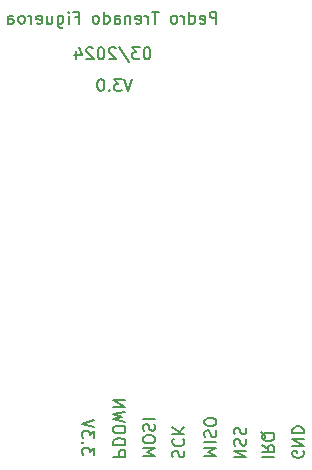
<source format=gbo>
G04 #@! TF.GenerationSoftware,KiCad,Pcbnew,7.0.9*
G04 #@! TF.CreationDate,2024-04-25T16:45:36+02:00*
G04 #@! TF.ProjectId,NFC_Programmer,4e46435f-5072-46f6-9772-616d6d65722e,3.0*
G04 #@! TF.SameCoordinates,Original*
G04 #@! TF.FileFunction,Legend,Bot*
G04 #@! TF.FilePolarity,Positive*
%FSLAX46Y46*%
G04 Gerber Fmt 4.6, Leading zero omitted, Abs format (unit mm)*
G04 Created by KiCad (PCBNEW 7.0.9) date 2024-04-25 16:45:36*
%MOMM*%
%LPD*%
G01*
G04 APERTURE LIST*
%ADD10C,0.153000*%
%ADD11R,1.700000X1.700000*%
%ADD12O,1.700000X1.700000*%
%ADD13C,3.000000*%
G04 APERTURE END LIST*
D10*
X150040336Y-106721247D02*
X151040336Y-106721247D01*
X151040336Y-106721247D02*
X150040336Y-106149819D01*
X150040336Y-106149819D02*
X151040336Y-106149819D01*
X150087956Y-105721247D02*
X150040336Y-105578390D01*
X150040336Y-105578390D02*
X150040336Y-105340295D01*
X150040336Y-105340295D02*
X150087956Y-105245057D01*
X150087956Y-105245057D02*
X150135575Y-105197438D01*
X150135575Y-105197438D02*
X150230813Y-105149819D01*
X150230813Y-105149819D02*
X150326051Y-105149819D01*
X150326051Y-105149819D02*
X150421289Y-105197438D01*
X150421289Y-105197438D02*
X150468908Y-105245057D01*
X150468908Y-105245057D02*
X150516527Y-105340295D01*
X150516527Y-105340295D02*
X150564146Y-105530771D01*
X150564146Y-105530771D02*
X150611765Y-105626009D01*
X150611765Y-105626009D02*
X150659384Y-105673628D01*
X150659384Y-105673628D02*
X150754622Y-105721247D01*
X150754622Y-105721247D02*
X150849860Y-105721247D01*
X150849860Y-105721247D02*
X150945098Y-105673628D01*
X150945098Y-105673628D02*
X150992717Y-105626009D01*
X150992717Y-105626009D02*
X151040336Y-105530771D01*
X151040336Y-105530771D02*
X151040336Y-105292676D01*
X151040336Y-105292676D02*
X150992717Y-105149819D01*
X150087956Y-104768866D02*
X150040336Y-104626009D01*
X150040336Y-104626009D02*
X150040336Y-104387914D01*
X150040336Y-104387914D02*
X150087956Y-104292676D01*
X150087956Y-104292676D02*
X150135575Y-104245057D01*
X150135575Y-104245057D02*
X150230813Y-104197438D01*
X150230813Y-104197438D02*
X150326051Y-104197438D01*
X150326051Y-104197438D02*
X150421289Y-104245057D01*
X150421289Y-104245057D02*
X150468908Y-104292676D01*
X150468908Y-104292676D02*
X150516527Y-104387914D01*
X150516527Y-104387914D02*
X150564146Y-104578390D01*
X150564146Y-104578390D02*
X150611765Y-104673628D01*
X150611765Y-104673628D02*
X150659384Y-104721247D01*
X150659384Y-104721247D02*
X150754622Y-104768866D01*
X150754622Y-104768866D02*
X150849860Y-104768866D01*
X150849860Y-104768866D02*
X150945098Y-104721247D01*
X150945098Y-104721247D02*
X150992717Y-104673628D01*
X150992717Y-104673628D02*
X151040336Y-104578390D01*
X151040336Y-104578390D02*
X151040336Y-104340295D01*
X151040336Y-104340295D02*
X150992717Y-104197438D01*
X139810336Y-106651247D02*
X140810336Y-106651247D01*
X140810336Y-106651247D02*
X140810336Y-106270295D01*
X140810336Y-106270295D02*
X140762717Y-106175057D01*
X140762717Y-106175057D02*
X140715098Y-106127438D01*
X140715098Y-106127438D02*
X140619860Y-106079819D01*
X140619860Y-106079819D02*
X140477003Y-106079819D01*
X140477003Y-106079819D02*
X140381765Y-106127438D01*
X140381765Y-106127438D02*
X140334146Y-106175057D01*
X140334146Y-106175057D02*
X140286527Y-106270295D01*
X140286527Y-106270295D02*
X140286527Y-106651247D01*
X139810336Y-105651247D02*
X140810336Y-105651247D01*
X140810336Y-105651247D02*
X140810336Y-105413152D01*
X140810336Y-105413152D02*
X140762717Y-105270295D01*
X140762717Y-105270295D02*
X140667479Y-105175057D01*
X140667479Y-105175057D02*
X140572241Y-105127438D01*
X140572241Y-105127438D02*
X140381765Y-105079819D01*
X140381765Y-105079819D02*
X140238908Y-105079819D01*
X140238908Y-105079819D02*
X140048432Y-105127438D01*
X140048432Y-105127438D02*
X139953194Y-105175057D01*
X139953194Y-105175057D02*
X139857956Y-105270295D01*
X139857956Y-105270295D02*
X139810336Y-105413152D01*
X139810336Y-105413152D02*
X139810336Y-105651247D01*
X140810336Y-104460771D02*
X140810336Y-104270295D01*
X140810336Y-104270295D02*
X140762717Y-104175057D01*
X140762717Y-104175057D02*
X140667479Y-104079819D01*
X140667479Y-104079819D02*
X140477003Y-104032200D01*
X140477003Y-104032200D02*
X140143670Y-104032200D01*
X140143670Y-104032200D02*
X139953194Y-104079819D01*
X139953194Y-104079819D02*
X139857956Y-104175057D01*
X139857956Y-104175057D02*
X139810336Y-104270295D01*
X139810336Y-104270295D02*
X139810336Y-104460771D01*
X139810336Y-104460771D02*
X139857956Y-104556009D01*
X139857956Y-104556009D02*
X139953194Y-104651247D01*
X139953194Y-104651247D02*
X140143670Y-104698866D01*
X140143670Y-104698866D02*
X140477003Y-104698866D01*
X140477003Y-104698866D02*
X140667479Y-104651247D01*
X140667479Y-104651247D02*
X140762717Y-104556009D01*
X140762717Y-104556009D02*
X140810336Y-104460771D01*
X140810336Y-103698866D02*
X139810336Y-103460771D01*
X139810336Y-103460771D02*
X140524622Y-103270295D01*
X140524622Y-103270295D02*
X139810336Y-103079819D01*
X139810336Y-103079819D02*
X140810336Y-102841724D01*
X139810336Y-102460771D02*
X140810336Y-102460771D01*
X140810336Y-102460771D02*
X139810336Y-101889343D01*
X139810336Y-101889343D02*
X140810336Y-101889343D01*
X155892717Y-106197438D02*
X155940336Y-106292676D01*
X155940336Y-106292676D02*
X155940336Y-106435533D01*
X155940336Y-106435533D02*
X155892717Y-106578390D01*
X155892717Y-106578390D02*
X155797479Y-106673628D01*
X155797479Y-106673628D02*
X155702241Y-106721247D01*
X155702241Y-106721247D02*
X155511765Y-106768866D01*
X155511765Y-106768866D02*
X155368908Y-106768866D01*
X155368908Y-106768866D02*
X155178432Y-106721247D01*
X155178432Y-106721247D02*
X155083194Y-106673628D01*
X155083194Y-106673628D02*
X154987956Y-106578390D01*
X154987956Y-106578390D02*
X154940336Y-106435533D01*
X154940336Y-106435533D02*
X154940336Y-106340295D01*
X154940336Y-106340295D02*
X154987956Y-106197438D01*
X154987956Y-106197438D02*
X155035575Y-106149819D01*
X155035575Y-106149819D02*
X155368908Y-106149819D01*
X155368908Y-106149819D02*
X155368908Y-106340295D01*
X154940336Y-105721247D02*
X155940336Y-105721247D01*
X155940336Y-105721247D02*
X154940336Y-105149819D01*
X154940336Y-105149819D02*
X155940336Y-105149819D01*
X154940336Y-104673628D02*
X155940336Y-104673628D01*
X155940336Y-104673628D02*
X155940336Y-104435533D01*
X155940336Y-104435533D02*
X155892717Y-104292676D01*
X155892717Y-104292676D02*
X155797479Y-104197438D01*
X155797479Y-104197438D02*
X155702241Y-104149819D01*
X155702241Y-104149819D02*
X155511765Y-104102200D01*
X155511765Y-104102200D02*
X155368908Y-104102200D01*
X155368908Y-104102200D02*
X155178432Y-104149819D01*
X155178432Y-104149819D02*
X155083194Y-104197438D01*
X155083194Y-104197438D02*
X154987956Y-104292676D01*
X154987956Y-104292676D02*
X154940336Y-104435533D01*
X154940336Y-104435533D02*
X154940336Y-104673628D01*
X144857956Y-106728866D02*
X144810336Y-106586009D01*
X144810336Y-106586009D02*
X144810336Y-106347914D01*
X144810336Y-106347914D02*
X144857956Y-106252676D01*
X144857956Y-106252676D02*
X144905575Y-106205057D01*
X144905575Y-106205057D02*
X145000813Y-106157438D01*
X145000813Y-106157438D02*
X145096051Y-106157438D01*
X145096051Y-106157438D02*
X145191289Y-106205057D01*
X145191289Y-106205057D02*
X145238908Y-106252676D01*
X145238908Y-106252676D02*
X145286527Y-106347914D01*
X145286527Y-106347914D02*
X145334146Y-106538390D01*
X145334146Y-106538390D02*
X145381765Y-106633628D01*
X145381765Y-106633628D02*
X145429384Y-106681247D01*
X145429384Y-106681247D02*
X145524622Y-106728866D01*
X145524622Y-106728866D02*
X145619860Y-106728866D01*
X145619860Y-106728866D02*
X145715098Y-106681247D01*
X145715098Y-106681247D02*
X145762717Y-106633628D01*
X145762717Y-106633628D02*
X145810336Y-106538390D01*
X145810336Y-106538390D02*
X145810336Y-106300295D01*
X145810336Y-106300295D02*
X145762717Y-106157438D01*
X144905575Y-105157438D02*
X144857956Y-105205057D01*
X144857956Y-105205057D02*
X144810336Y-105347914D01*
X144810336Y-105347914D02*
X144810336Y-105443152D01*
X144810336Y-105443152D02*
X144857956Y-105586009D01*
X144857956Y-105586009D02*
X144953194Y-105681247D01*
X144953194Y-105681247D02*
X145048432Y-105728866D01*
X145048432Y-105728866D02*
X145238908Y-105776485D01*
X145238908Y-105776485D02*
X145381765Y-105776485D01*
X145381765Y-105776485D02*
X145572241Y-105728866D01*
X145572241Y-105728866D02*
X145667479Y-105681247D01*
X145667479Y-105681247D02*
X145762717Y-105586009D01*
X145762717Y-105586009D02*
X145810336Y-105443152D01*
X145810336Y-105443152D02*
X145810336Y-105347914D01*
X145810336Y-105347914D02*
X145762717Y-105205057D01*
X145762717Y-105205057D02*
X145715098Y-105157438D01*
X144810336Y-104728866D02*
X145810336Y-104728866D01*
X144810336Y-104157438D02*
X145381765Y-104586009D01*
X145810336Y-104157438D02*
X145238908Y-104728866D01*
X142330336Y-106631247D02*
X143330336Y-106631247D01*
X143330336Y-106631247D02*
X142616051Y-106297914D01*
X142616051Y-106297914D02*
X143330336Y-105964581D01*
X143330336Y-105964581D02*
X142330336Y-105964581D01*
X143330336Y-105297914D02*
X143330336Y-105107438D01*
X143330336Y-105107438D02*
X143282717Y-105012200D01*
X143282717Y-105012200D02*
X143187479Y-104916962D01*
X143187479Y-104916962D02*
X142997003Y-104869343D01*
X142997003Y-104869343D02*
X142663670Y-104869343D01*
X142663670Y-104869343D02*
X142473194Y-104916962D01*
X142473194Y-104916962D02*
X142377956Y-105012200D01*
X142377956Y-105012200D02*
X142330336Y-105107438D01*
X142330336Y-105107438D02*
X142330336Y-105297914D01*
X142330336Y-105297914D02*
X142377956Y-105393152D01*
X142377956Y-105393152D02*
X142473194Y-105488390D01*
X142473194Y-105488390D02*
X142663670Y-105536009D01*
X142663670Y-105536009D02*
X142997003Y-105536009D01*
X142997003Y-105536009D02*
X143187479Y-105488390D01*
X143187479Y-105488390D02*
X143282717Y-105393152D01*
X143282717Y-105393152D02*
X143330336Y-105297914D01*
X142377956Y-104488390D02*
X142330336Y-104345533D01*
X142330336Y-104345533D02*
X142330336Y-104107438D01*
X142330336Y-104107438D02*
X142377956Y-104012200D01*
X142377956Y-104012200D02*
X142425575Y-103964581D01*
X142425575Y-103964581D02*
X142520813Y-103916962D01*
X142520813Y-103916962D02*
X142616051Y-103916962D01*
X142616051Y-103916962D02*
X142711289Y-103964581D01*
X142711289Y-103964581D02*
X142758908Y-104012200D01*
X142758908Y-104012200D02*
X142806527Y-104107438D01*
X142806527Y-104107438D02*
X142854146Y-104297914D01*
X142854146Y-104297914D02*
X142901765Y-104393152D01*
X142901765Y-104393152D02*
X142949384Y-104440771D01*
X142949384Y-104440771D02*
X143044622Y-104488390D01*
X143044622Y-104488390D02*
X143139860Y-104488390D01*
X143139860Y-104488390D02*
X143235098Y-104440771D01*
X143235098Y-104440771D02*
X143282717Y-104393152D01*
X143282717Y-104393152D02*
X143330336Y-104297914D01*
X143330336Y-104297914D02*
X143330336Y-104059819D01*
X143330336Y-104059819D02*
X143282717Y-103916962D01*
X142330336Y-103488390D02*
X143330336Y-103488390D01*
X142700771Y-72009663D02*
X142605533Y-72009663D01*
X142605533Y-72009663D02*
X142510295Y-72057282D01*
X142510295Y-72057282D02*
X142462676Y-72104901D01*
X142462676Y-72104901D02*
X142415057Y-72200139D01*
X142415057Y-72200139D02*
X142367438Y-72390615D01*
X142367438Y-72390615D02*
X142367438Y-72628710D01*
X142367438Y-72628710D02*
X142415057Y-72819186D01*
X142415057Y-72819186D02*
X142462676Y-72914424D01*
X142462676Y-72914424D02*
X142510295Y-72962044D01*
X142510295Y-72962044D02*
X142605533Y-73009663D01*
X142605533Y-73009663D02*
X142700771Y-73009663D01*
X142700771Y-73009663D02*
X142796009Y-72962044D01*
X142796009Y-72962044D02*
X142843628Y-72914424D01*
X142843628Y-72914424D02*
X142891247Y-72819186D01*
X142891247Y-72819186D02*
X142938866Y-72628710D01*
X142938866Y-72628710D02*
X142938866Y-72390615D01*
X142938866Y-72390615D02*
X142891247Y-72200139D01*
X142891247Y-72200139D02*
X142843628Y-72104901D01*
X142843628Y-72104901D02*
X142796009Y-72057282D01*
X142796009Y-72057282D02*
X142700771Y-72009663D01*
X142034104Y-72009663D02*
X141415057Y-72009663D01*
X141415057Y-72009663D02*
X141748390Y-72390615D01*
X141748390Y-72390615D02*
X141605533Y-72390615D01*
X141605533Y-72390615D02*
X141510295Y-72438234D01*
X141510295Y-72438234D02*
X141462676Y-72485853D01*
X141462676Y-72485853D02*
X141415057Y-72581091D01*
X141415057Y-72581091D02*
X141415057Y-72819186D01*
X141415057Y-72819186D02*
X141462676Y-72914424D01*
X141462676Y-72914424D02*
X141510295Y-72962044D01*
X141510295Y-72962044D02*
X141605533Y-73009663D01*
X141605533Y-73009663D02*
X141891247Y-73009663D01*
X141891247Y-73009663D02*
X141986485Y-72962044D01*
X141986485Y-72962044D02*
X142034104Y-72914424D01*
X140272200Y-71962044D02*
X141129342Y-73247758D01*
X139986485Y-72104901D02*
X139938866Y-72057282D01*
X139938866Y-72057282D02*
X139843628Y-72009663D01*
X139843628Y-72009663D02*
X139605533Y-72009663D01*
X139605533Y-72009663D02*
X139510295Y-72057282D01*
X139510295Y-72057282D02*
X139462676Y-72104901D01*
X139462676Y-72104901D02*
X139415057Y-72200139D01*
X139415057Y-72200139D02*
X139415057Y-72295377D01*
X139415057Y-72295377D02*
X139462676Y-72438234D01*
X139462676Y-72438234D02*
X140034104Y-73009663D01*
X140034104Y-73009663D02*
X139415057Y-73009663D01*
X138796009Y-72009663D02*
X138700771Y-72009663D01*
X138700771Y-72009663D02*
X138605533Y-72057282D01*
X138605533Y-72057282D02*
X138557914Y-72104901D01*
X138557914Y-72104901D02*
X138510295Y-72200139D01*
X138510295Y-72200139D02*
X138462676Y-72390615D01*
X138462676Y-72390615D02*
X138462676Y-72628710D01*
X138462676Y-72628710D02*
X138510295Y-72819186D01*
X138510295Y-72819186D02*
X138557914Y-72914424D01*
X138557914Y-72914424D02*
X138605533Y-72962044D01*
X138605533Y-72962044D02*
X138700771Y-73009663D01*
X138700771Y-73009663D02*
X138796009Y-73009663D01*
X138796009Y-73009663D02*
X138891247Y-72962044D01*
X138891247Y-72962044D02*
X138938866Y-72914424D01*
X138938866Y-72914424D02*
X138986485Y-72819186D01*
X138986485Y-72819186D02*
X139034104Y-72628710D01*
X139034104Y-72628710D02*
X139034104Y-72390615D01*
X139034104Y-72390615D02*
X138986485Y-72200139D01*
X138986485Y-72200139D02*
X138938866Y-72104901D01*
X138938866Y-72104901D02*
X138891247Y-72057282D01*
X138891247Y-72057282D02*
X138796009Y-72009663D01*
X138081723Y-72104901D02*
X138034104Y-72057282D01*
X138034104Y-72057282D02*
X137938866Y-72009663D01*
X137938866Y-72009663D02*
X137700771Y-72009663D01*
X137700771Y-72009663D02*
X137605533Y-72057282D01*
X137605533Y-72057282D02*
X137557914Y-72104901D01*
X137557914Y-72104901D02*
X137510295Y-72200139D01*
X137510295Y-72200139D02*
X137510295Y-72295377D01*
X137510295Y-72295377D02*
X137557914Y-72438234D01*
X137557914Y-72438234D02*
X138129342Y-73009663D01*
X138129342Y-73009663D02*
X137510295Y-73009663D01*
X136653152Y-72342996D02*
X136653152Y-73009663D01*
X136891247Y-71962044D02*
X137129342Y-72676329D01*
X137129342Y-72676329D02*
X136510295Y-72676329D01*
X138170336Y-106526485D02*
X138170336Y-105907438D01*
X138170336Y-105907438D02*
X137789384Y-106240771D01*
X137789384Y-106240771D02*
X137789384Y-106097914D01*
X137789384Y-106097914D02*
X137741765Y-106002676D01*
X137741765Y-106002676D02*
X137694146Y-105955057D01*
X137694146Y-105955057D02*
X137598908Y-105907438D01*
X137598908Y-105907438D02*
X137360813Y-105907438D01*
X137360813Y-105907438D02*
X137265575Y-105955057D01*
X137265575Y-105955057D02*
X137217956Y-106002676D01*
X137217956Y-106002676D02*
X137170336Y-106097914D01*
X137170336Y-106097914D02*
X137170336Y-106383628D01*
X137170336Y-106383628D02*
X137217956Y-106478866D01*
X137217956Y-106478866D02*
X137265575Y-106526485D01*
X137265575Y-105478866D02*
X137217956Y-105431247D01*
X137217956Y-105431247D02*
X137170336Y-105478866D01*
X137170336Y-105478866D02*
X137217956Y-105526485D01*
X137217956Y-105526485D02*
X137265575Y-105478866D01*
X137265575Y-105478866D02*
X137170336Y-105478866D01*
X138170336Y-105097914D02*
X138170336Y-104478867D01*
X138170336Y-104478867D02*
X137789384Y-104812200D01*
X137789384Y-104812200D02*
X137789384Y-104669343D01*
X137789384Y-104669343D02*
X137741765Y-104574105D01*
X137741765Y-104574105D02*
X137694146Y-104526486D01*
X137694146Y-104526486D02*
X137598908Y-104478867D01*
X137598908Y-104478867D02*
X137360813Y-104478867D01*
X137360813Y-104478867D02*
X137265575Y-104526486D01*
X137265575Y-104526486D02*
X137217956Y-104574105D01*
X137217956Y-104574105D02*
X137170336Y-104669343D01*
X137170336Y-104669343D02*
X137170336Y-104955057D01*
X137170336Y-104955057D02*
X137217956Y-105050295D01*
X137217956Y-105050295D02*
X137265575Y-105097914D01*
X138170336Y-104193152D02*
X137170336Y-103859819D01*
X137170336Y-103859819D02*
X138170336Y-103526486D01*
X152420336Y-106731247D02*
X153420336Y-106731247D01*
X152420336Y-105683629D02*
X152896527Y-106016962D01*
X152420336Y-106255057D02*
X153420336Y-106255057D01*
X153420336Y-106255057D02*
X153420336Y-105874105D01*
X153420336Y-105874105D02*
X153372717Y-105778867D01*
X153372717Y-105778867D02*
X153325098Y-105731248D01*
X153325098Y-105731248D02*
X153229860Y-105683629D01*
X153229860Y-105683629D02*
X153087003Y-105683629D01*
X153087003Y-105683629D02*
X152991765Y-105731248D01*
X152991765Y-105731248D02*
X152944146Y-105778867D01*
X152944146Y-105778867D02*
X152896527Y-105874105D01*
X152896527Y-105874105D02*
X152896527Y-106255057D01*
X152325098Y-104588391D02*
X152372717Y-104683629D01*
X152372717Y-104683629D02*
X152467956Y-104778867D01*
X152467956Y-104778867D02*
X152610813Y-104921724D01*
X152610813Y-104921724D02*
X152658432Y-105016962D01*
X152658432Y-105016962D02*
X152658432Y-105112200D01*
X152420336Y-105064581D02*
X152467956Y-105159819D01*
X152467956Y-105159819D02*
X152563194Y-105255057D01*
X152563194Y-105255057D02*
X152753670Y-105302676D01*
X152753670Y-105302676D02*
X153087003Y-105302676D01*
X153087003Y-105302676D02*
X153277479Y-105255057D01*
X153277479Y-105255057D02*
X153372717Y-105159819D01*
X153372717Y-105159819D02*
X153420336Y-105064581D01*
X153420336Y-105064581D02*
X153420336Y-104874105D01*
X153420336Y-104874105D02*
X153372717Y-104778867D01*
X153372717Y-104778867D02*
X153277479Y-104683629D01*
X153277479Y-104683629D02*
X153087003Y-104636010D01*
X153087003Y-104636010D02*
X152753670Y-104636010D01*
X152753670Y-104636010D02*
X152563194Y-104683629D01*
X152563194Y-104683629D02*
X152467956Y-104778867D01*
X152467956Y-104778867D02*
X152420336Y-104874105D01*
X152420336Y-104874105D02*
X152420336Y-105064581D01*
X141404104Y-74699663D02*
X141070771Y-75699663D01*
X141070771Y-75699663D02*
X140737438Y-74699663D01*
X140499342Y-74699663D02*
X139880295Y-74699663D01*
X139880295Y-74699663D02*
X140213628Y-75080615D01*
X140213628Y-75080615D02*
X140070771Y-75080615D01*
X140070771Y-75080615D02*
X139975533Y-75128234D01*
X139975533Y-75128234D02*
X139927914Y-75175853D01*
X139927914Y-75175853D02*
X139880295Y-75271091D01*
X139880295Y-75271091D02*
X139880295Y-75509186D01*
X139880295Y-75509186D02*
X139927914Y-75604424D01*
X139927914Y-75604424D02*
X139975533Y-75652044D01*
X139975533Y-75652044D02*
X140070771Y-75699663D01*
X140070771Y-75699663D02*
X140356485Y-75699663D01*
X140356485Y-75699663D02*
X140451723Y-75652044D01*
X140451723Y-75652044D02*
X140499342Y-75604424D01*
X139451723Y-75604424D02*
X139404104Y-75652044D01*
X139404104Y-75652044D02*
X139451723Y-75699663D01*
X139451723Y-75699663D02*
X139499342Y-75652044D01*
X139499342Y-75652044D02*
X139451723Y-75604424D01*
X139451723Y-75604424D02*
X139451723Y-75699663D01*
X138785057Y-74699663D02*
X138689819Y-74699663D01*
X138689819Y-74699663D02*
X138594581Y-74747282D01*
X138594581Y-74747282D02*
X138546962Y-74794901D01*
X138546962Y-74794901D02*
X138499343Y-74890139D01*
X138499343Y-74890139D02*
X138451724Y-75080615D01*
X138451724Y-75080615D02*
X138451724Y-75318710D01*
X138451724Y-75318710D02*
X138499343Y-75509186D01*
X138499343Y-75509186D02*
X138546962Y-75604424D01*
X138546962Y-75604424D02*
X138594581Y-75652044D01*
X138594581Y-75652044D02*
X138689819Y-75699663D01*
X138689819Y-75699663D02*
X138785057Y-75699663D01*
X138785057Y-75699663D02*
X138880295Y-75652044D01*
X138880295Y-75652044D02*
X138927914Y-75604424D01*
X138927914Y-75604424D02*
X138975533Y-75509186D01*
X138975533Y-75509186D02*
X139023152Y-75318710D01*
X139023152Y-75318710D02*
X139023152Y-75080615D01*
X139023152Y-75080615D02*
X138975533Y-74890139D01*
X138975533Y-74890139D02*
X138927914Y-74794901D01*
X138927914Y-74794901D02*
X138880295Y-74747282D01*
X138880295Y-74747282D02*
X138785057Y-74699663D01*
X147510336Y-106581247D02*
X148510336Y-106581247D01*
X148510336Y-106581247D02*
X147796051Y-106247914D01*
X147796051Y-106247914D02*
X148510336Y-105914581D01*
X148510336Y-105914581D02*
X147510336Y-105914581D01*
X147510336Y-105438390D02*
X148510336Y-105438390D01*
X147557956Y-105009819D02*
X147510336Y-104866962D01*
X147510336Y-104866962D02*
X147510336Y-104628867D01*
X147510336Y-104628867D02*
X147557956Y-104533629D01*
X147557956Y-104533629D02*
X147605575Y-104486010D01*
X147605575Y-104486010D02*
X147700813Y-104438391D01*
X147700813Y-104438391D02*
X147796051Y-104438391D01*
X147796051Y-104438391D02*
X147891289Y-104486010D01*
X147891289Y-104486010D02*
X147938908Y-104533629D01*
X147938908Y-104533629D02*
X147986527Y-104628867D01*
X147986527Y-104628867D02*
X148034146Y-104819343D01*
X148034146Y-104819343D02*
X148081765Y-104914581D01*
X148081765Y-104914581D02*
X148129384Y-104962200D01*
X148129384Y-104962200D02*
X148224622Y-105009819D01*
X148224622Y-105009819D02*
X148319860Y-105009819D01*
X148319860Y-105009819D02*
X148415098Y-104962200D01*
X148415098Y-104962200D02*
X148462717Y-104914581D01*
X148462717Y-104914581D02*
X148510336Y-104819343D01*
X148510336Y-104819343D02*
X148510336Y-104581248D01*
X148510336Y-104581248D02*
X148462717Y-104438391D01*
X148510336Y-103819343D02*
X148510336Y-103628867D01*
X148510336Y-103628867D02*
X148462717Y-103533629D01*
X148462717Y-103533629D02*
X148367479Y-103438391D01*
X148367479Y-103438391D02*
X148177003Y-103390772D01*
X148177003Y-103390772D02*
X147843670Y-103390772D01*
X147843670Y-103390772D02*
X147653194Y-103438391D01*
X147653194Y-103438391D02*
X147557956Y-103533629D01*
X147557956Y-103533629D02*
X147510336Y-103628867D01*
X147510336Y-103628867D02*
X147510336Y-103819343D01*
X147510336Y-103819343D02*
X147557956Y-103914581D01*
X147557956Y-103914581D02*
X147653194Y-104009819D01*
X147653194Y-104009819D02*
X147843670Y-104057438D01*
X147843670Y-104057438D02*
X148177003Y-104057438D01*
X148177003Y-104057438D02*
X148367479Y-104009819D01*
X148367479Y-104009819D02*
X148462717Y-103914581D01*
X148462717Y-103914581D02*
X148510336Y-103819343D01*
X148531247Y-69999663D02*
X148531247Y-68999663D01*
X148531247Y-68999663D02*
X148150295Y-68999663D01*
X148150295Y-68999663D02*
X148055057Y-69047282D01*
X148055057Y-69047282D02*
X148007438Y-69094901D01*
X148007438Y-69094901D02*
X147959819Y-69190139D01*
X147959819Y-69190139D02*
X147959819Y-69332996D01*
X147959819Y-69332996D02*
X148007438Y-69428234D01*
X148007438Y-69428234D02*
X148055057Y-69475853D01*
X148055057Y-69475853D02*
X148150295Y-69523472D01*
X148150295Y-69523472D02*
X148531247Y-69523472D01*
X147150295Y-69952044D02*
X147245533Y-69999663D01*
X147245533Y-69999663D02*
X147436009Y-69999663D01*
X147436009Y-69999663D02*
X147531247Y-69952044D01*
X147531247Y-69952044D02*
X147578866Y-69856805D01*
X147578866Y-69856805D02*
X147578866Y-69475853D01*
X147578866Y-69475853D02*
X147531247Y-69380615D01*
X147531247Y-69380615D02*
X147436009Y-69332996D01*
X147436009Y-69332996D02*
X147245533Y-69332996D01*
X147245533Y-69332996D02*
X147150295Y-69380615D01*
X147150295Y-69380615D02*
X147102676Y-69475853D01*
X147102676Y-69475853D02*
X147102676Y-69571091D01*
X147102676Y-69571091D02*
X147578866Y-69666329D01*
X146245533Y-69999663D02*
X146245533Y-68999663D01*
X146245533Y-69952044D02*
X146340771Y-69999663D01*
X146340771Y-69999663D02*
X146531247Y-69999663D01*
X146531247Y-69999663D02*
X146626485Y-69952044D01*
X146626485Y-69952044D02*
X146674104Y-69904424D01*
X146674104Y-69904424D02*
X146721723Y-69809186D01*
X146721723Y-69809186D02*
X146721723Y-69523472D01*
X146721723Y-69523472D02*
X146674104Y-69428234D01*
X146674104Y-69428234D02*
X146626485Y-69380615D01*
X146626485Y-69380615D02*
X146531247Y-69332996D01*
X146531247Y-69332996D02*
X146340771Y-69332996D01*
X146340771Y-69332996D02*
X146245533Y-69380615D01*
X145769342Y-69999663D02*
X145769342Y-69332996D01*
X145769342Y-69523472D02*
X145721723Y-69428234D01*
X145721723Y-69428234D02*
X145674104Y-69380615D01*
X145674104Y-69380615D02*
X145578866Y-69332996D01*
X145578866Y-69332996D02*
X145483628Y-69332996D01*
X145007437Y-69999663D02*
X145102675Y-69952044D01*
X145102675Y-69952044D02*
X145150294Y-69904424D01*
X145150294Y-69904424D02*
X145197913Y-69809186D01*
X145197913Y-69809186D02*
X145197913Y-69523472D01*
X145197913Y-69523472D02*
X145150294Y-69428234D01*
X145150294Y-69428234D02*
X145102675Y-69380615D01*
X145102675Y-69380615D02*
X145007437Y-69332996D01*
X145007437Y-69332996D02*
X144864580Y-69332996D01*
X144864580Y-69332996D02*
X144769342Y-69380615D01*
X144769342Y-69380615D02*
X144721723Y-69428234D01*
X144721723Y-69428234D02*
X144674104Y-69523472D01*
X144674104Y-69523472D02*
X144674104Y-69809186D01*
X144674104Y-69809186D02*
X144721723Y-69904424D01*
X144721723Y-69904424D02*
X144769342Y-69952044D01*
X144769342Y-69952044D02*
X144864580Y-69999663D01*
X144864580Y-69999663D02*
X145007437Y-69999663D01*
X143626484Y-68999663D02*
X143055056Y-68999663D01*
X143340770Y-69999663D02*
X143340770Y-68999663D01*
X142721722Y-69999663D02*
X142721722Y-69332996D01*
X142721722Y-69523472D02*
X142674103Y-69428234D01*
X142674103Y-69428234D02*
X142626484Y-69380615D01*
X142626484Y-69380615D02*
X142531246Y-69332996D01*
X142531246Y-69332996D02*
X142436008Y-69332996D01*
X141721722Y-69952044D02*
X141816960Y-69999663D01*
X141816960Y-69999663D02*
X142007436Y-69999663D01*
X142007436Y-69999663D02*
X142102674Y-69952044D01*
X142102674Y-69952044D02*
X142150293Y-69856805D01*
X142150293Y-69856805D02*
X142150293Y-69475853D01*
X142150293Y-69475853D02*
X142102674Y-69380615D01*
X142102674Y-69380615D02*
X142007436Y-69332996D01*
X142007436Y-69332996D02*
X141816960Y-69332996D01*
X141816960Y-69332996D02*
X141721722Y-69380615D01*
X141721722Y-69380615D02*
X141674103Y-69475853D01*
X141674103Y-69475853D02*
X141674103Y-69571091D01*
X141674103Y-69571091D02*
X142150293Y-69666329D01*
X141245531Y-69332996D02*
X141245531Y-69999663D01*
X141245531Y-69428234D02*
X141197912Y-69380615D01*
X141197912Y-69380615D02*
X141102674Y-69332996D01*
X141102674Y-69332996D02*
X140959817Y-69332996D01*
X140959817Y-69332996D02*
X140864579Y-69380615D01*
X140864579Y-69380615D02*
X140816960Y-69475853D01*
X140816960Y-69475853D02*
X140816960Y-69999663D01*
X139912198Y-69999663D02*
X139912198Y-69475853D01*
X139912198Y-69475853D02*
X139959817Y-69380615D01*
X139959817Y-69380615D02*
X140055055Y-69332996D01*
X140055055Y-69332996D02*
X140245531Y-69332996D01*
X140245531Y-69332996D02*
X140340769Y-69380615D01*
X139912198Y-69952044D02*
X140007436Y-69999663D01*
X140007436Y-69999663D02*
X140245531Y-69999663D01*
X140245531Y-69999663D02*
X140340769Y-69952044D01*
X140340769Y-69952044D02*
X140388388Y-69856805D01*
X140388388Y-69856805D02*
X140388388Y-69761567D01*
X140388388Y-69761567D02*
X140340769Y-69666329D01*
X140340769Y-69666329D02*
X140245531Y-69618710D01*
X140245531Y-69618710D02*
X140007436Y-69618710D01*
X140007436Y-69618710D02*
X139912198Y-69571091D01*
X139007436Y-69999663D02*
X139007436Y-68999663D01*
X139007436Y-69952044D02*
X139102674Y-69999663D01*
X139102674Y-69999663D02*
X139293150Y-69999663D01*
X139293150Y-69999663D02*
X139388388Y-69952044D01*
X139388388Y-69952044D02*
X139436007Y-69904424D01*
X139436007Y-69904424D02*
X139483626Y-69809186D01*
X139483626Y-69809186D02*
X139483626Y-69523472D01*
X139483626Y-69523472D02*
X139436007Y-69428234D01*
X139436007Y-69428234D02*
X139388388Y-69380615D01*
X139388388Y-69380615D02*
X139293150Y-69332996D01*
X139293150Y-69332996D02*
X139102674Y-69332996D01*
X139102674Y-69332996D02*
X139007436Y-69380615D01*
X138388388Y-69999663D02*
X138483626Y-69952044D01*
X138483626Y-69952044D02*
X138531245Y-69904424D01*
X138531245Y-69904424D02*
X138578864Y-69809186D01*
X138578864Y-69809186D02*
X138578864Y-69523472D01*
X138578864Y-69523472D02*
X138531245Y-69428234D01*
X138531245Y-69428234D02*
X138483626Y-69380615D01*
X138483626Y-69380615D02*
X138388388Y-69332996D01*
X138388388Y-69332996D02*
X138245531Y-69332996D01*
X138245531Y-69332996D02*
X138150293Y-69380615D01*
X138150293Y-69380615D02*
X138102674Y-69428234D01*
X138102674Y-69428234D02*
X138055055Y-69523472D01*
X138055055Y-69523472D02*
X138055055Y-69809186D01*
X138055055Y-69809186D02*
X138102674Y-69904424D01*
X138102674Y-69904424D02*
X138150293Y-69952044D01*
X138150293Y-69952044D02*
X138245531Y-69999663D01*
X138245531Y-69999663D02*
X138388388Y-69999663D01*
X136531245Y-69475853D02*
X136864578Y-69475853D01*
X136864578Y-69999663D02*
X136864578Y-68999663D01*
X136864578Y-68999663D02*
X136388388Y-68999663D01*
X136007435Y-69999663D02*
X136007435Y-69332996D01*
X136007435Y-68999663D02*
X136055054Y-69047282D01*
X136055054Y-69047282D02*
X136007435Y-69094901D01*
X136007435Y-69094901D02*
X135959816Y-69047282D01*
X135959816Y-69047282D02*
X136007435Y-68999663D01*
X136007435Y-68999663D02*
X136007435Y-69094901D01*
X135102674Y-69332996D02*
X135102674Y-70142520D01*
X135102674Y-70142520D02*
X135150293Y-70237758D01*
X135150293Y-70237758D02*
X135197912Y-70285377D01*
X135197912Y-70285377D02*
X135293150Y-70332996D01*
X135293150Y-70332996D02*
X135436007Y-70332996D01*
X135436007Y-70332996D02*
X135531245Y-70285377D01*
X135102674Y-69952044D02*
X135197912Y-69999663D01*
X135197912Y-69999663D02*
X135388388Y-69999663D01*
X135388388Y-69999663D02*
X135483626Y-69952044D01*
X135483626Y-69952044D02*
X135531245Y-69904424D01*
X135531245Y-69904424D02*
X135578864Y-69809186D01*
X135578864Y-69809186D02*
X135578864Y-69523472D01*
X135578864Y-69523472D02*
X135531245Y-69428234D01*
X135531245Y-69428234D02*
X135483626Y-69380615D01*
X135483626Y-69380615D02*
X135388388Y-69332996D01*
X135388388Y-69332996D02*
X135197912Y-69332996D01*
X135197912Y-69332996D02*
X135102674Y-69380615D01*
X134197912Y-69332996D02*
X134197912Y-69999663D01*
X134626483Y-69332996D02*
X134626483Y-69856805D01*
X134626483Y-69856805D02*
X134578864Y-69952044D01*
X134578864Y-69952044D02*
X134483626Y-69999663D01*
X134483626Y-69999663D02*
X134340769Y-69999663D01*
X134340769Y-69999663D02*
X134245531Y-69952044D01*
X134245531Y-69952044D02*
X134197912Y-69904424D01*
X133340769Y-69952044D02*
X133436007Y-69999663D01*
X133436007Y-69999663D02*
X133626483Y-69999663D01*
X133626483Y-69999663D02*
X133721721Y-69952044D01*
X133721721Y-69952044D02*
X133769340Y-69856805D01*
X133769340Y-69856805D02*
X133769340Y-69475853D01*
X133769340Y-69475853D02*
X133721721Y-69380615D01*
X133721721Y-69380615D02*
X133626483Y-69332996D01*
X133626483Y-69332996D02*
X133436007Y-69332996D01*
X133436007Y-69332996D02*
X133340769Y-69380615D01*
X133340769Y-69380615D02*
X133293150Y-69475853D01*
X133293150Y-69475853D02*
X133293150Y-69571091D01*
X133293150Y-69571091D02*
X133769340Y-69666329D01*
X132864578Y-69999663D02*
X132864578Y-69332996D01*
X132864578Y-69523472D02*
X132816959Y-69428234D01*
X132816959Y-69428234D02*
X132769340Y-69380615D01*
X132769340Y-69380615D02*
X132674102Y-69332996D01*
X132674102Y-69332996D02*
X132578864Y-69332996D01*
X132102673Y-69999663D02*
X132197911Y-69952044D01*
X132197911Y-69952044D02*
X132245530Y-69904424D01*
X132245530Y-69904424D02*
X132293149Y-69809186D01*
X132293149Y-69809186D02*
X132293149Y-69523472D01*
X132293149Y-69523472D02*
X132245530Y-69428234D01*
X132245530Y-69428234D02*
X132197911Y-69380615D01*
X132197911Y-69380615D02*
X132102673Y-69332996D01*
X132102673Y-69332996D02*
X131959816Y-69332996D01*
X131959816Y-69332996D02*
X131864578Y-69380615D01*
X131864578Y-69380615D02*
X131816959Y-69428234D01*
X131816959Y-69428234D02*
X131769340Y-69523472D01*
X131769340Y-69523472D02*
X131769340Y-69809186D01*
X131769340Y-69809186D02*
X131816959Y-69904424D01*
X131816959Y-69904424D02*
X131864578Y-69952044D01*
X131864578Y-69952044D02*
X131959816Y-69999663D01*
X131959816Y-69999663D02*
X132102673Y-69999663D01*
X130912197Y-69999663D02*
X130912197Y-69475853D01*
X130912197Y-69475853D02*
X130959816Y-69380615D01*
X130959816Y-69380615D02*
X131055054Y-69332996D01*
X131055054Y-69332996D02*
X131245530Y-69332996D01*
X131245530Y-69332996D02*
X131340768Y-69380615D01*
X130912197Y-69952044D02*
X131007435Y-69999663D01*
X131007435Y-69999663D02*
X131245530Y-69999663D01*
X131245530Y-69999663D02*
X131340768Y-69952044D01*
X131340768Y-69952044D02*
X131388387Y-69856805D01*
X131388387Y-69856805D02*
X131388387Y-69761567D01*
X131388387Y-69761567D02*
X131340768Y-69666329D01*
X131340768Y-69666329D02*
X131245530Y-69618710D01*
X131245530Y-69618710D02*
X131007435Y-69618710D01*
X131007435Y-69618710D02*
X130912197Y-69571091D01*
%LPC*%
D11*
X128530000Y-103060000D03*
D12*
X131070000Y-103060000D03*
X155450000Y-108000000D03*
X152910000Y-108000000D03*
X150370000Y-108000000D03*
X147830000Y-108000000D03*
X145290000Y-108000000D03*
X142750000Y-108000000D03*
X140210000Y-108000000D03*
D11*
X137670000Y-108000000D03*
D13*
X124080000Y-58640000D03*
X156120000Y-58640000D03*
X124060000Y-88020000D03*
X156110000Y-88020000D03*
%LPD*%
M02*

</source>
